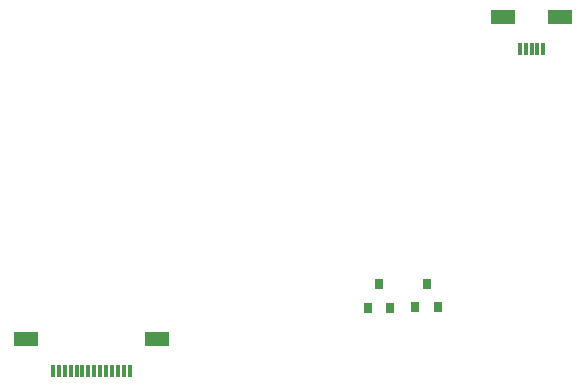
<source format=gbr>
G04 #@! TF.GenerationSoftware,KiCad,Pcbnew,(6.0.7)*
G04 #@! TF.CreationDate,2023-01-29T23:29:40-08:00*
G04 #@! TF.ProjectId,procon_gcc_button_board,70726f63-6f6e-45f6-9763-635f62757474,rev?*
G04 #@! TF.SameCoordinates,Original*
G04 #@! TF.FileFunction,Paste,Bot*
G04 #@! TF.FilePolarity,Positive*
%FSLAX46Y46*%
G04 Gerber Fmt 4.6, Leading zero omitted, Abs format (unit mm)*
G04 Created by KiCad (PCBNEW (6.0.7)) date 2023-01-29 23:29:40*
%MOMM*%
%LPD*%
G01*
G04 APERTURE LIST*
%ADD10R,2.100000X1.300000*%
%ADD11R,0.300000X1.000000*%
%ADD12R,2.000000X1.300000*%
%ADD13R,0.800000X0.900000*%
G04 APERTURE END LIST*
D10*
X128218900Y-48100000D03*
X123418900Y-48100000D03*
D11*
X124818900Y-50800000D03*
X125318900Y-50800000D03*
X125818900Y-50800000D03*
X126318900Y-50800000D03*
X126818900Y-50800000D03*
D12*
X83000000Y-75350000D03*
X94100000Y-75350000D03*
D11*
X85300000Y-78050000D03*
X85800000Y-78050000D03*
X86300000Y-78050000D03*
X86800000Y-78050000D03*
X87300000Y-78050000D03*
X87800000Y-78050000D03*
X88300000Y-78050000D03*
X88800000Y-78050000D03*
X89300000Y-78050000D03*
X89800000Y-78050000D03*
X90300000Y-78050000D03*
X90800000Y-78050000D03*
X91300000Y-78050000D03*
X91800000Y-78050000D03*
D13*
X117894000Y-72654000D03*
X115994000Y-72654000D03*
X116944000Y-70654000D03*
X113834000Y-72704000D03*
X111934000Y-72704000D03*
X112884000Y-70704000D03*
M02*

</source>
